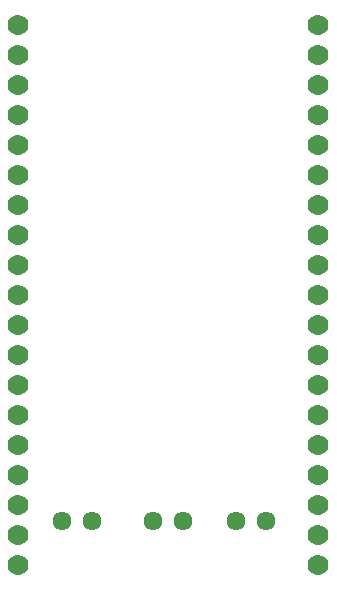
<source format=gts>
G04*
G04 #@! TF.GenerationSoftware,Altium Limited,Altium Designer,21.5.1 (32)*
G04*
G04 Layer_Color=8388736*
%FSLAX25Y25*%
%MOIN*%
G70*
G04*
G04 #@! TF.SameCoordinates,B44AFF20-6257-4841-829A-698601589143*
G04*
G04*
G04 #@! TF.FilePolarity,Negative*
G04*
G01*
G75*
%ADD13C,0.06351*%
%ADD14C,0.06942*%
D13*
X31417Y23622D02*
D03*
X41417D02*
D03*
X99488D02*
D03*
X89488D02*
D03*
X71929D02*
D03*
X61929D02*
D03*
D14*
X116929Y9055D02*
D03*
Y19055D02*
D03*
Y29055D02*
D03*
Y39055D02*
D03*
Y49055D02*
D03*
Y59055D02*
D03*
Y69055D02*
D03*
Y79055D02*
D03*
Y89055D02*
D03*
Y99055D02*
D03*
Y109055D02*
D03*
Y119055D02*
D03*
Y129055D02*
D03*
Y139055D02*
D03*
Y149055D02*
D03*
Y159055D02*
D03*
Y169055D02*
D03*
Y179055D02*
D03*
Y189055D02*
D03*
X16929Y19055D02*
D03*
Y29055D02*
D03*
Y39055D02*
D03*
Y49055D02*
D03*
Y59055D02*
D03*
Y69055D02*
D03*
Y79055D02*
D03*
Y89055D02*
D03*
Y99055D02*
D03*
Y109055D02*
D03*
Y119055D02*
D03*
Y129055D02*
D03*
Y139055D02*
D03*
Y149055D02*
D03*
Y159055D02*
D03*
Y169055D02*
D03*
Y9055D02*
D03*
Y179055D02*
D03*
Y189055D02*
D03*
M02*

</source>
